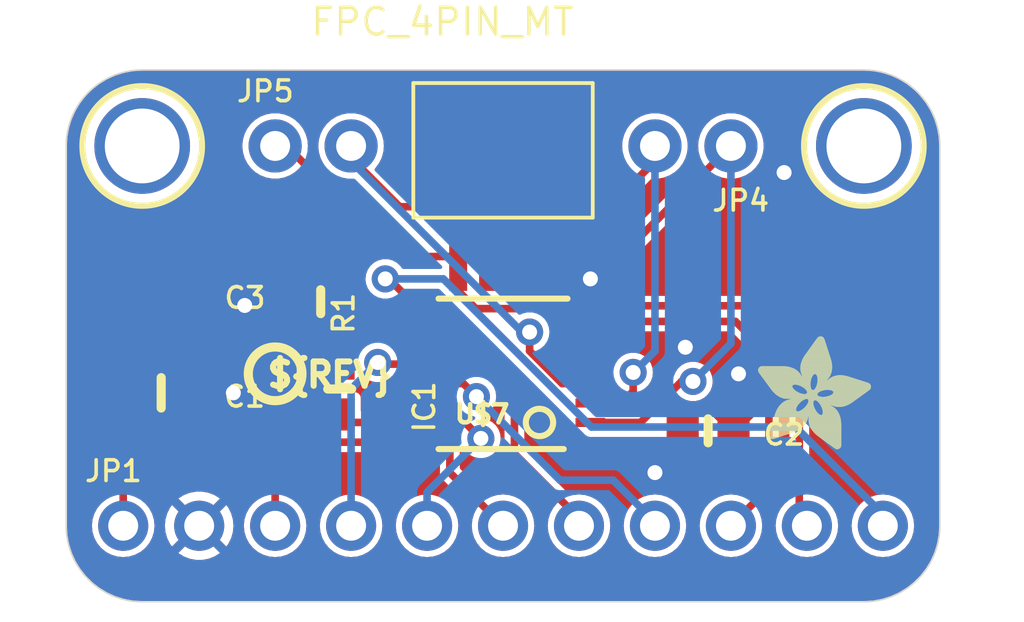
<source format=kicad_pcb>
(kicad_pcb (version 20221018) (generator pcbnew)
  (layers (0 "F.Cu" signal) (31 "B.Cu" signal) (34 "B.Paste" user) (35 "F.Paste" user) (36 "B.SilkS" user "B.Silkscreen") (37 "F.SilkS" user "F.Silkscreen") (38 "B.Mask" user) (39 "F.Mask" user) (44 "Edge.Cuts" user))
  (net 0 "")
  (net 1 "GND")
  (net 2 "Y+")
  (net 3 "Y-")
  (net 4 "X+")
  (net 5 "X-")
  (net 6 "VDD")
  (net 7 "SCK")
  (net 8 "MOSI")
  (net 9 "MISO")
  (net 10 "CS")
  (net 11 "VREF")
  (net 12 "~{PENIRQ}")
  (net 13 "BUSY")
  (net 14 "VBAT")
  (net 15 "AUX")
  (footprint "working:0603-NO" (layer "F.Cu") (at 155.3591 108.1786)
    (fp_text reference "C2" (at 1.778 0.127) (layer "F.SilkS") (effects (font (size 0.692831 0.692831) (thickness 0.119969)) (justify left)))
    (fp_text value "0.1uF")
    (pad "1" smd rect (at -0.85 0) (size 1.075 1) (layers "F.Cu" "F.Paste" "F.Mask") (net 6 "VDD"))
    (pad "2" smd rect (at 0.85 0) (size 1.075 1) (layers "F.Cu" "F.Paste" "F.Mask") (net 1 "GND"))
  )
  (footprint "working:PLABEL11" (layer "F.Cu") (at 153.7081 113.1316)
    (fp_text reference "PLABEL11" hide)
    (fp_text value "" hide)
  )
  (footprint "working:1X11_ROUND" (layer "F.Cu") (at 148.5011 111.3536)
    (fp_text reference "JP1" (at -14.0462 -1.8288) (layer "F.SilkS") (effects (font (size 0.692831 0.692831) (thickness 0.119969)) (justify left)))
    (fp_text value "")
    (pad "1" thru_hole circle (at -12.7 0 90) (size 1.6764 1.6764) (drill 1) (layers "*.Cu" "*.Mask") (net 6 "VDD"))
    (pad "2" thru_hole circle (at -10.16 0 90) (size 1.6764 1.6764) (drill 1) (layers "*.Cu" "*.Mask") (net 1 "GND"))
    (pad "3" thru_hole circle (at -7.62 0 90) (size 1.6764 1.6764) (drill 1) (layers "*.Cu" "*.Mask") (net 7 "SCK"))
    (pad "4" thru_hole circle (at -5.08 0 90) (size 1.6764 1.6764) (drill 1) (layers "*.Cu" "*.Mask") (net 9 "MISO"))
    (pad "5" thru_hole circle (at -2.54 0 90) (size 1.6764 1.6764) (drill 1) (layers "*.Cu" "*.Mask") (net 8 "MOSI"))
    (pad "6" thru_hole circle (at 0 0 90) (size 1.6764 1.6764) (drill 1) (layers "*.Cu" "*.Mask") (net 10 "CS"))
    (pad "7" thru_hole circle (at 2.54 0 90) (size 1.6764 1.6764) (drill 1) (layers "*.Cu" "*.Mask") (net 12 "~{PENIRQ}"))
    (pad "8" thru_hole circle (at 5.08 0 90) (size 1.6764 1.6764) (drill 1) (layers "*.Cu" "*.Mask") (net 13 "BUSY"))
    (pad "9" thru_hole circle (at 7.62 0 90) (size 1.6764 1.6764) (drill 1) (layers "*.Cu" "*.Mask") (net 14 "VBAT"))
    (pad "10" thru_hole circle (at 10.16 0 90) (size 1.6764 1.6764) (drill 1) (layers "*.Cu" "*.Mask") (net 15 "AUX"))
    (pad "11" thru_hole circle (at 12.7 0 90) (size 1.6764 1.6764) (drill 1) (layers "*.Cu" "*.Mask") (net 11 "VREF"))
  )
  (footprint "working:PLABEL14" (layer "F.Cu") (at 158.7881 113.1316)
    (fp_text reference "PLABEL14" hide)
    (fp_text value "" hide)
  )
  (footprint "working:1X02_ROUND" (layer "F.Cu") (at 154.8511 98.6536 180)
    (fp_text reference "JP4" (at -2.6162 -1.8288) (layer "F.SilkS") (effects (font (size 0.692831 0.692831) (thickness 0.119969)) (justify right)))
    (fp_text value "")
    (pad "1" thru_hole circle (at -1.27 0 270) (size 1.778 1.778) (drill 1) (layers "*.Cu" "*.Mask") (net 4 "X+"))
    (pad "2" thru_hole circle (at 1.27 0 270) (size 1.778 1.778) (drill 1) (layers "*.Cu" "*.Mask") (net 2 "Y+"))
  )
  (footprint "working:ADAFRUIT_3.5MM" (layer "F.Cu") (at 157.0101 108.8136)
    (fp_text reference "U$8" hide)
    (fp_text value "" hide)
  )
  (footprint "working:FPC_CONN_1MM_DUAL_4P_MT" (layer "F.Cu") (at 148.5011 100.0506 180)
    (fp_text reference "U$7" (at 1.686 -7.573) (layer "F.SilkS") (effects (font (size 0.602488 0.602488) (thickness 0.210312)) (justify left)))
    (fp_text value "FPC_4PIN_MT" (at 6.491 5.546) (layer "F.SilkS") (effects (font (size 0.89916 0.89916) (thickness 0.11684)) (justify left)))
    (pad "1" smd rect (at -1.5 -2.3 270) (size 2.3 0.6) (layers "F.Cu" "F.Paste" "F.Mask") (net 4 "X+"))
    (pad "2" smd rect (at -0.5 -2.3 270) (size 2.3 0.6) (layers "F.Cu" "F.Paste" "F.Mask") (net 2 "Y+"))
    (pad "3" smd rect (at 0.5 -2.3 270) (size 2.3 0.6) (layers "F.Cu" "F.Paste" "F.Mask") (net 5 "X-"))
    (pad "4" smd rect (at 1.5 -2.3 270) (size 2.3 0.6) (layers "F.Cu" "F.Paste" "F.Mask") (net 3 "Y-"))
    (pad "MT1" smd rect (at 2.2 1.7 90) (size 3.75 2.5) (layers "F.Cu" "F.Paste" "F.Mask"))
    (pad "MT2" smd rect (at -2.2 1.7 90) (size 3.75 2.5) (layers "F.Cu" "F.Paste" "F.Mask"))
  )
  (footprint "working:MOUNTINGHOLE_2.5_PLATED" (layer "F.Cu") (at 136.4361 98.6536)
    (fp_text reference "U$4" hide)
    (fp_text value "MOUNTINGHOLE2.5" hide)
    (pad "P$1" thru_hole circle (at 0 0) (size 3.2 3.2) (drill 2.5) (layers "*.Cu" "*.Mask"))
    (zone (net 0) (net_name "") (layer "F.Cu") (connect_pads (clearance 0)) (min_thickness 0.25)
      (keepout (tracks not_allowed) (vias not_allowed) (pads not_allowed) (copperpour not_allowed) (footprints allowed))
      (fill (thermal_gap 0.5) (thermal_bridge_width 0.5))
      (polygon (pts (xy 138.4521 98.6536) (xy 138.43248 98.373027) (xy 138.374004 98.097915) (xy 138.277808 97.833619) (xy 138.145765 97.585283) (xy 137.980446 97.35774) (xy 137.785067 97.15542) (xy 137.563433 96.98226) (xy 137.319856 96.841631) (xy 137.059078 96.73627) (xy 136.786175 96.668228) (xy 136.506457 96.638828) (xy 136.225371 96.648644) (xy 135.948385 96.697484) (xy 135.680893 96.784397) (xy 135.4281 96.907693) (xy 135.194926 97.06497) (xy 134.985911 97.253169) (xy 134.805122 97.468625) (xy 134.656078 97.707145) (xy 134.54168 97.964087) (xy 134.464154 98.23445) (xy 134.425011 98.512971) (xy 134.425011 98.794229) (xy 134.464154 99.07275) (xy 134.54168 99.343113) (xy 134.656078 99.600055) (xy 134.805122 99.838575) (xy 134.985911 100.054031) (xy 135.194926 100.24223) (xy 135.4281 100.399507) (xy 135.680893 100.522803) (xy 135.948385 100.609716) (xy 136.225371 100.658556) (xy 136.506457 100.668372) (xy 136.786175 100.638972) (xy 137.059078 100.57093) (xy 137.319856 100.465569) (xy 137.563433 100.32494) (xy 137.785067 100.15178) (xy 137.980446 99.94946) (xy 138.145765 99.721917) (xy 138.277808 99.473581) (xy 138.374004 99.209285) (xy 138.43248 98.934173)))
      (polygon (pts (xy 136.4201 98.6536) (xy 136.424786 98.664914) (xy 136.4361 98.6696) (xy 136.447414 98.664914) (xy 136.4521 98.6536) (xy 136.447414 98.642286) (xy 136.4361 98.6376) (xy 136.424786 98.642286)))
    )
    (zone (net 0) (net_name "") (layer "B.Cu") (connect_pads (clearance 0)) (min_thickness 0.25)
      (keepout (tracks not_allowed) (vias not_allowed) (pads not_allowed) (copperpour not_allowed) (footprints allowed))
      (fill (thermal_gap 0.5) (thermal_bridge_width 0.5))
      (polygon (pts (xy 138.4521 98.6536) (xy 138.43248 98.373027) (xy 138.374004 98.097915) (xy 138.277808 97.833619) (xy 138.145765 97.585283) (xy 137.980446 97.35774) (xy 137.785067 97.15542) (xy 137.563433 96.98226) (xy 137.319856 96.841631) (xy 137.059078 96.73627) (xy 136.786175 96.668228) (xy 136.506457 96.638828) (xy 136.225371 96.648644) (xy 135.948385 96.697484) (xy 135.680893 96.784397) (xy 135.4281 96.907693) (xy 135.194926 97.06497) (xy 134.985911 97.253169) (xy 134.805122 97.468625) (xy 134.656078 97.707145) (xy 134.54168 97.964087) (xy 134.464154 98.23445) (xy 134.425011 98.512971) (xy 134.425011 98.794229) (xy 134.464154 99.07275) (xy 134.54168 99.343113) (xy 134.656078 99.600055) (xy 134.805122 99.838575) (xy 134.985911 100.054031) (xy 135.194926 100.24223) (xy 135.4281 100.399507) (xy 135.680893 100.522803) (xy 135.948385 100.609716) (xy 136.225371 100.658556) (xy 136.506457 100.668372) (xy 136.786175 100.638972) (xy 137.059078 100.57093) (xy 137.319856 100.465569) (xy 137.563433 100.32494) (xy 137.785067 100.15178) (xy 137.980446 99.94946) (xy 138.145765 99.721917) (xy 138.277808 99.473581) (xy 138.374004 99.209285) (xy 138.43248 98.934173)))
      (polygon (pts (xy 136.4201 98.6536) (xy 136.424786 98.664914) (xy 136.4361 98.6696) (xy 136.447414 98.664914) (xy 136.4521 98.6536) (xy 136.447414 98.642286) (xy 136.4361 98.6376) (xy 136.424786 98.642286)))
    )
  )
  (footprint "working:FIDUCIAL_1MM" (layer "F.Cu") (at 161.4551 107.7976)
    (fp_text reference "FID2" hide)
    (fp_text value "FIDUCIAL_1MM" hide)
    (pad "1" smd roundrect (at 0 0) (size 1 1) (layers "F.Cu" "F.Mask") (roundrect_rratio 0.5))
  )
  (footprint "working:PLABEL5" (layer "F.Cu") (at 138.4681 113.1316)
    (fp_text reference "PLABEL5" hide)
    (fp_text value "" hide)
  )
  (footprint "working:PLABEL3" (layer "F.Cu") (at 143.6751 97.0026)
    (fp_text reference "PLABEL3" hide)
    (fp_text value "" hide)
  )
  (footprint "working:PLABEL13" (layer "F.Cu") (at 156.1211 109.5756)
    (fp_text reference "PLABEL13" hide)
    (fp_text value "" hide)
  )
  (footprint "working:PLABEL0" (layer "F.Cu") (at 140.8811 97.0026)
    (fp_text reference "PLABEL0" hide)
    (fp_text value "" hide)
  )
  (footprint "working:1X02_ROUND" (layer "F.Cu") (at 142.1511 98.6536)
    (fp_text reference "JP5" (at -2.6162 -1.8288) (layer "F.SilkS") (effects (font (size 0.692831 0.692831) (thickness 0.119969)) (justify left)))
    (fp_text value "")
    (pad "1" thru_hole circle (at -1.27 0 90) (size 1.778 1.778) (drill 1) (layers "*.Cu" "*.Mask") (net 3 "Y-"))
    (pad "2" thru_hole circle (at 1.27 0 90) (size 1.778 1.778) (drill 1) (layers "*.Cu" "*.Mask") (net 5 "X-"))
  )
  (footprint "working:PLABEL12" (layer "F.Cu") (at 161.2011 109.5756)
    (fp_text reference "PLABEL12" hide)
    (fp_text value "" hide)
  )
  (footprint "working:PLABEL4" (layer "F.Cu") (at 135.8011 109.5756)
    (fp_text reference "PLABEL4" hide)
    (fp_text value "" hide)
  )
  (footprint "working:PLABEL6" (layer "F.Cu") (at 141.0081 109.7026)
    (fp_text reference "PLABEL6" hide)
    (fp_text value "" hide)
  )
  (footprint "working:PLABEL7" (layer "F.Cu") (at 148.3741 113.1316)
    (fp_text reference "PLABEL7" hide)
    (fp_text value "" hide)
  )
  (footprint "working:PLABEL10" (layer "F.Cu") (at 156.2481 102.3366)
    (fp_text reference "PLABEL10" hide)
    (fp_text value "" hide)
  )
  (footprint "working:PLABEL16" (layer "F.Cu") (at 143.4211 113.1316)
    (fp_text reference "PLABEL16" hide)
    (fp_text value "" hide)
  )
  (footprint "working:PLABEL9" (layer "F.Cu") (at 139.3571 101.8286)
    (fp_text reference "PLABEL9" hide)
    (fp_text value "" hide)
  )
  (footprint "working:PCBFEAT-REV-040" (layer "F.Cu") (at 140.8811 106.2736)
    (fp_text reference "U$6" hide)
    (fp_text value "" hide)
    (fp_text user "${REV}" (at -0.3556 0.508) (layer "F.SilkS") (effects (font (size 0.8128 0.8128) (thickness 0.2032)) (justify left bottom)))
  )
  (footprint "working:MOUNTINGHOLE_2.5_PLATED" (layer "F.Cu") (at 160.5661 98.6536)
    (fp_text reference "U$5" hide)
    (fp_text value "MOUNTINGHOLE2.5" hide)
    (pad "P$1" thru_hole circle (at 0 0) (size 3.2 3.2) (drill 2.5) (layers "*.Cu" "*.Mask"))
    (zone (net 0) (net_name "") (layer "F.Cu") (connect_pads (clearance 0)) (min_thickness 0.25)
      (keepout (tracks not_allowed) (vias not_allowed) (pads not_allowed) (copperpour not_allowed) (footprints allowed))
      (fill (thermal_gap 0.5) (thermal_bridge_width 0.5))
      (polygon (pts (xy 162.5821 98.6536) (xy 162.56248 98.373027) (xy 162.504004 98.097915) (xy 162.407808 97.833619) (xy 162.275765 97.585283) (xy 162.110446 97.35774) (xy 161.915067 97.15542) (xy 161.693433 96.98226) (xy 161.449856 96.841631) (xy 161.189078 96.73627) (xy 160.916175 96.668228) (xy 160.636457 96.638828) (xy 160.355371 96.648644) (xy 160.078385 96.697484) (xy 159.810893 96.784397) (xy 159.5581 96.907693) (xy 159.324926 97.06497) (xy 159.115911 97.253169) (xy 158.935122 97.468625) (xy 158.786078 97.707145) (xy 158.67168 97.964087) (xy 158.594154 98.23445) (xy 158.555011 98.512971) (xy 158.555011 98.794229) (xy 158.594154 99.07275) (xy 158.67168 99.343113) (xy 158.786078 99.600055) (xy 158.935122 99.838575) (xy 159.115911 100.054031) (xy 159.324926 100.24223) (xy 159.5581 100.399507) (xy 159.810893 100.522803) (xy 160.078385 100.609716) (xy 160.355371 100.658556) (xy 160.636457 100.668372) (xy 160.916175 100.638972) (xy 161.189078 100.57093) (xy 161.449856 100.465569) (xy 161.693433 100.32494) (xy 161.915067 100.15178) (xy 162.110446 99.94946) (xy 162.275765 99.721917) (xy 162.407808 99.473581) (xy 162.504004 99.209285) (xy 162.56248 98.934173)))
      (polygon (pts (xy 160.5501 98.6536) (xy 160.554786 98.664914) (xy 160.5661 98.6696) (xy 160.577414 98.664914) (xy 160.5821 98.6536) (xy 160.577414 98.642286) (xy 160.5661 98.6376) (xy 160.554786 98.642286)))
    )
    (zone (net 0) (net_name "") (layer "B.Cu") (connect_pads (clearance 0)) (min_thickness 0.25)
      (keepout (tracks not_allowed) (vias not_allowed) (pads not_allowed) (copperpour not_allowed) (footprints allowed))
      (fill (thermal_gap 0.5) (thermal_bridge_width 0.5))
      (polygon (pts (xy 162.5821 98.6536) (xy 162.56248 98.373027) (xy 162.504004 98.097915) (xy 162.407808 97.833619) (xy 162.275765 97.585283) (xy 162.110446 97.35774) (xy 161.915067 97.15542) (xy 161.693433 96.98226) (xy 161.449856 96.841631) (xy 161.189078 96.73627) (xy 160.916175 96.668228) (xy 160.636457 96.638828) (xy 160.355371 96.648644) (xy 160.078385 96.697484) (xy 159.810893 96.784397) (xy 159.5581 96.907693) (xy 159.324926 97.06497) (xy 159.115911 97.253169) (xy 158.935122 97.468625) (xy 158.786078 97.707145) (xy 158.67168 97.964087) (xy 158.594154 98.23445) (xy 158.555011 98.512971) (xy 158.555011 98.794229) (xy 158.594154 99.07275) (xy 158.67168 99.343113) (xy 158.786078 99.600055) (xy 158.935122 99.838575) (xy 159.115911 100.054031) (xy 159.324926 100.24223) (xy 159.5581 100.399507) (xy 159.810893 100.522803) (xy 160.078385 100.609716) (xy 160.355371 100.658556) (xy 160.636457 100.668372) (xy 160.916175 100.638972) (xy 161.189078 100.57093) (xy 161.449856 100.465569) (xy 161.693433 100.32494) (xy 161.915067 100.15178) (xy 162.110446 99.94946) (xy 162.275765 99.721917) (xy 162.407808 99.473581) (xy 162.504004 99.209285) (xy 162.56248 98.934173)))
      (polygon (pts (xy 160.5501 98.6536) (xy 160.554786 98.664914) (xy 160.5661 98.6696) (xy 160.577414 98.664914) (xy 160.5821 98.6536) (xy 160.577414 98.642286) (xy 160.5661 98.6376) (xy 160.554786 98.642286)))
    )
  )
  (footprint "working:PLABEL2" (layer "F.Cu") (at 153.7081 97.0026)
    (fp_text reference "PLABEL2" hide)
    (fp_text value "" hide)
  )
  (footprint "working:PLABEL1" (layer "F.Cu") (at 156.3751 97.0026)
    (fp_text reference "PLABEL1" hide)
    (fp_text value "" hide)
  )
  (footprint "working:PLABEL8" (layer "F.Cu") (at 151.2951 109.7026)
    (fp_text reference "PLABEL8" hide)
    (fp_text value "" hide)
  )
  (footprint "working:FIDUCIAL_1MM" (layer "F.Cu") (at 138.3411 104.6226)
    (fp_text reference "FID3" hide)
    (fp_text value "FIDUCIAL_1MM" hide)
    (pad "1" smd roundrect (at 0 0) (size 1 1) (layers "F.Cu" "F.Mask") (roundrect_rratio 0.5))
  )
  (footprint "working:0603-NO" (layer "F.Cu") (at 143.0401 106.7816 90)
    (fp_text reference "R1" (at 1.778 0.127 90) (layer "F.SilkS") (effects (font (size 0.692831 0.692831) (thickness 0.119969)) (justify left)))
    (fp_text value "10K")
    (pad "1" smd rect (at -0.85 0 90) (size 1.075 1) (layers "F.Cu" "F.Paste" "F.Mask") (net 10 "CS"))
    (pad "2" smd rect (at 0.85 0 90) (size 1.075 1) (layers "F.Cu" "F.Paste" "F.Mask") (net 6 "VDD"))
  )
  (footprint "working:0603-NO" (layer "F.Cu") (at 142.4051 103.8606 180)
    (fp_text reference "C3" (at 1.778 0.127) (layer "F.SilkS") (effects (font (size 0.692831 0.692831) (thickness 0.119969)) (justify right)))
    (fp_text value "0.1uF")
    (pad "1" smd rect (at -0.85 0 180) (size 1.075 1) (layers "F.Cu" "F.Paste" "F.Mask") (net 6 "VDD"))
    (pad "2" smd rect (at 0.85 0 180) (size 1.075 1) (layers "F.Cu" "F.Paste" "F.Mask") (net 1 "GND"))
  )
  (footprint "working:0805-NO" (layer "F.Cu") (at 137.0711 106.9086)
    (fp_text reference "C1" (at 2.032 0.127) (layer "F.SilkS") (effects (font (size 0.692831 0.692831) (thickness 0.119969)) (justify left)))
    (fp_text value "10uF")
    (pad "1" smd rect (at -0.95 0) (size 1.24 1.5) (layers "F.Cu" "F.Paste" "F.Mask") (net 6 "VDD"))
    (pad "2" smd rect (at 0.95 0) (size 1.24 1.5) (layers "F.Cu" "F.Paste" "F.Mask") (net 1 "GND"))
  )
  (footprint "working:TSSOP16" (layer "F.Cu") (at 148.5011 106.2736 90)
    (fp_text reference "IC1" (at -2.024 -2.632 90) (layer "F.SilkS") (effects (font (size 0.692831 0.692831) (thickness 0.119969)) (justify left)))
    (fp_text value "TSC2046PW")
    (pad "1" smd rect (at -2.275 2.9178 90) (size 0.3048 0.9906) (layers "F.Cu" "F.Paste" "F.Mask") (net 6 "VDD"))
    (pad "2" smd rect (at -1.625 2.9178 90) (size 0.3048 0.9906) (layers "F.Cu" "F.Paste" "F.Mask") (net 4 "X+"))
    (pad "3" smd rect (at -0.975 2.9178 90) (size 0.3048 0.9906) (layers "F.Cu" "F.Paste" "F.Mask") (net 2 "Y+"))
    (pad "4" smd rect (at -0.325 2.9178 90) (size 0.3048 0.9906) (layers "F.Cu" "F.Paste" "F.Mask") (net 5 "X-"))
    (pad "5" smd rect (at 0.325 2.9178 90) (size 0.3048 0.9906) (layers "F.Cu" "F.Paste" "F.Mask") (net 3 "Y-"))
    (pad "6" smd rect (at 0.975 2.9178 90) (size 0.3048 0.9906) (layers "F.Cu" "F.Paste" "F.Mask") (net 1 "GND"))
    (pad "7" smd rect (at 1.625 2.9178 90) (size 0.3048 0.9906) (layers "F.Cu" "F.Paste" "F.Mask") (net 14 "VBAT"))
    (pad "8" smd rect (at 2.275 2.9178 90) (size 0.3048 0.9906) (layers "F.Cu" "F.Paste" "F.Mask") (net 15 "AUX"))
    (pad "9" smd rect (at 2.275 -2.9178 90) (size 0.3048 0.9906) (layers "F.Cu" "F.Paste" "F.Mask") (net 11 "VREF"))
    (pad "10" smd rect (at 1.625 -2.9178 90) (size 0.3048 0.9906) (layers "F.Cu" "F.Paste" "F.Mask") (net 6 "VDD"))
    (pad "11" smd rect (at 0.975 -2.9178 90) (size 0.3048 0.9906) (layers "F.Cu" "F.Paste" "F.Mask") (net 12 "~{PENIRQ}"))
    (pad "12" smd rect (at 0.325 -2.9178 90) (size 0.3048 0.9906) (layers "F.Cu" "F.Paste" "F.Mask") (net 9 "MISO"))
    (pad "13" smd rect (at -0.325 -2.9178 90) (size 0.3048 0.9906) (layers "F.Cu" "F.Paste" "F.Mask") (net 13 "BUSY"))
    (pad "14" smd rect (at -0.975 -2.9178 90) (size 0.3048 0.9906) (layers "F.Cu" "F.Paste" "F.Mask") (net 8 "MOSI"))
    (pad "15" smd rect (at -1.625 -2.9178 90) (size 0.3048 0.9906) (layers "F.Cu" "F.Paste" "F.Mask") (net 10 "CS"))
    (pad "16" smd rect (at -2.275 -2.9178 90) (size 0.3048 0.9906) (layers "F.Cu" "F.Paste" "F.Mask") (net 7 "SCK"))
  )
  (footprint "working:PLABEL15" (layer "F.Cu") (at 146.0881 109.7026)
    (fp_text reference "PLABEL15" hide)
    (fp_text value "" hide)
  )
  (footprint "working:PLABEL17" (layer "B.Cu") (at 148.6281 100.9396 180)
    (fp_text reference "PLABEL17" hide)
    (fp_text value "" hide)
  )
  (footprint "working:PLABEL18" (layer "B.Cu") (at 148.2471 105.0036 180)
    (fp_text reference "PLABEL18" hide)
    (fp_text value "" hide)
  )
  (gr_line (start 136.4361 96.1136) (end 160.5661 96.1136) (stroke (width 0.05)) (layer "Edge.Cuts"))
  (gr_line (start 163.1061 98.6536) (end 163.1061 111.3536) (stroke (width 0.05)) (layer "Edge.Cuts"))
  (gr_arc (start 133.8961 98.6536) (mid 134.640049 96.857549) (end 136.4361 96.1136) (stroke (width 0.05)) (layer "Edge.Cuts"))
  (gr_line (start 133.8961 111.3536) (end 133.8961 98.6536) (stroke (width 0.05)) (layer "Edge.Cuts"))
  (gr_arc (start 160.5661 96.1136) (mid 162.362151 96.857549) (end 163.1061 98.6536) (stroke (width 0.05)) (layer "Edge.Cuts"))
  (gr_arc (start 136.4361 113.8936) (mid 134.640049 113.149651) (end 133.8961 111.3536) (stroke (width 0.05)) (layer "Edge.Cuts"))
  (gr_arc (start 163.1061 111.3536) (mid 162.362151 113.149651) (end 160.5661 113.8936) (stroke (width 0.05)) (layer "Edge.Cuts"))
  (gr_line (start 160.5661 113.8936) (end 136.4361 113.8936) (stroke (width 0.05)) (layer "Edge.Cuts"))
  (via (at 139.8651 103.9876) (size 0.9064) (drill 0.5) (layers "F.Cu" "B.Cu") (net 1))
  (via (at 156.3751 106.2736) (size 0.9064) (drill 0.5) (layers "F.Cu" "B.Cu") (net 1))
  (via (at 151.4221 103.0986) (size 0.9064) (drill 0.5) (layers "F.Cu" "B.Cu") (net 1))
  (via (at 157.8991 99.5426) (size 0.9064) (drill 0.5) (layers "F.Cu" "B.Cu") (net 1))
  (via (at 153.5811 109.5756) (size 0.9064) (drill 0.5) (layers "F.Cu" "B.Cu") (net 1))
  (via (at 154.5971 105.3846) (size 0.9064) (drill 0.5) (layers "F.Cu" "B.Cu") (net 1))
  (via (at 139.4841 106.9086) (size 0.9064) (drill 0.5) (layers "F.Cu" "B.Cu") (net 1))
  (segment (start 149.0011 102.3506) (end 149.0011 101.2016) (width 0.254) (layer "F.Cu") (net 2))
  (segment (start 152.8525 106.8612) (end 152.4651 107.2486) (width 0.254) (layer "F.Cu") (net 2))
  (segment (start 152.0571 100.6856) (end 153.5811 99.1616) (width 0.254) (layer "F.Cu") (net 2))
  (segment (start 153.5811 99.1616) (end 153.5811 98.6536) (width 0.254) (layer "F.Cu") (net 2))
  (segment (start 149.0011 101.2016) (end 149.5171 100.6856) (width 0.254) (layer "F.Cu") (net 2))
  (segment (start 151.4189 107.2486) (end 152.4651 107.2486) (width 0.254) (layer "F.Cu") (net 2))
  (segment (start 149.5171 100.6856) (end 152.0571 100.6856) (width 0.254) (layer "F.Cu") (net 2))
  (segment (start 152.8525 106.8612) (end 152.8525 106.2262) (width 0.254) (layer "F.Cu") (net 2))
  (via (at 152.8525 106.2262) (size 0.9064) (drill 0.5) (layers "F.Cu" "B.Cu") (net 2))
  (segment (start 152.8525 106.2262) (end 152.8665 106.2262) (width 0.254) (layer "B.Cu") (net 2))
  (segment (start 153.5811 105.5116) (end 152.8665 106.2262) (width 0.254) (layer "B.Cu") (net 2))
  (segment (start 153.5811 98.6536) (end 153.5811 105.5116) (width 0.254) (layer "B.Cu") (net 2))
  (segment (start 149.8949 104.0932) (end 147.5907 104.0932) (width 0.254) (layer "F.Cu") (net 3))
  (segment (start 144.9591 102.3506) (end 147.0011 102.3506) (width 0.254) (layer "F.Cu") (net 3))
  (segment (start 150.4029 104.6012) (end 149.8949 104.0932) (width 0.254) (layer "F.Cu") (net 3))
  (segment (start 150.4029 104.6012) (end 150.4029 105.5676) (width 0.254) (layer "F.Cu") (net 3))
  (segment (start 140.8811 98.6536) (end 141.2621 98.6536) (width 0.254) (layer "F.Cu") (net 3))
  (segment (start 150.7839 105.9486) (end 150.4029 105.5676) (width 0.254) (layer "F.Cu") (net 3))
  (segment (start 141.2621 98.6536) (end 144.9591 102.3506) (width 0.254) (layer "F.Cu") (net 3))
  (segment (start 151.4189 105.9486) (end 150.7839 105.9486) (width 0.254) (layer "F.Cu") (net 3))
  (segment (start 147.5907 104.0932) (end 147.0011 103.5036) (width 0.254) (layer "F.Cu") (net 3))
  (segment (start 147.0011 103.5036) (end 147.0011 102.3506) (width 0.254) (layer "F.Cu") (net 3))
  (segment (start 151.4189 107.8986) (end 153.0991 107.8986) (width 0.254) (layer "F.Cu") (net 4))
  (segment (start 150.2551 102.0966) (end 152.6781 102.0966) (width 0.254) (layer "F.Cu") (net 4))
  (segment (start 154.4701 106.5276) (end 153.0991 107.8986) (width 0.254) (layer "F.Cu") (net 4))
  (segment (start 154.4701 106.5276) (end 154.8511 106.5276) (width 0.254) (layer "F.Cu") (net 4))
  (segment (start 150.0011 102.3506) (end 150.2551 102.0966) (width 0.254) (layer "F.Cu") (net 4))
  (segment (start 152.6781 102.0966) (end 156.1211 98.6536) (width 0.254) (layer "F.Cu") (net 4))
  (via (at 154.8511 106.5276) (size 0.9064) (drill 0.5) (layers "F.Cu" "B.Cu") (net 4))
  (segment (start 156.1211 105.2576) (end 156.1211 98.6536) (width 0.254) (layer "B.Cu") (net 4))
  (segment (start 154.8511 106.5276) (end 156.1211 105.2576) (width 0.254) (layer "B.Cu") (net 4))
  (segment (start 145.044125 100.6856) (end 143.4211 99.062575) (width 0.254) (layer "F.Cu") (net 5))
  (segment (start 148.0011 101.2016) (end 147.4851 100.6856) (width 0.254) (layer "F.Cu") (net 5))
  (segment (start 151.4189 106.5986) (end 150.4771 106.5986) (width 0.254) (layer "F.Cu") (net 5))
  (segment (start 143.4211 99.062575) (end 143.4211 98.6536) (width 0.254) (layer "F.Cu") (net 5))
  (segment (start 147.4851 100.6856) (end 145.044125 100.6856) (width 0.254) (layer "F.Cu") (net 5))
  (segment (start 150.4771 106.5986) (end 149.3901 105.5116) (width 0.254) (layer "F.Cu") (net 5))
  (segment (start 149.3901 105.5116) (end 149.3901 104.8766) (width 0.254) (layer "F.Cu") (net 5))
  (segment (start 148.0011 102.3506) (end 148.0011 101.2016) (width 0.254) (layer "F.Cu") (net 5))
  (via (at 149.3901 104.8766) (size 0.9064) (drill 0.5) (layers "F.Cu" "B.Cu") (net 5))
  (segment (start 149.3901 104.8766) (end 149.1361 104.8766) (width 0.254) (layer "B.Cu") (net 5))
  (segment (start 143.4211 99.1616) (end 143.4211 98.6536) (width 0.254) (layer "B.Cu") (net 5))
  (segment (start 149.1361 104.8766) (end 143.4211 99.1616) (width 0.254) (layer "B.Cu") (net 5))
  (segment (start 142.5321 102.7176) (end 143.2551 103.4406) (width 0.254) (layer "F.Cu") (net 6))
  (segment (start 145.5833 104.6486) (end 144.1701 104.6486) (width 0.254) (layer "F.Cu") (net 6))
  (segment (start 149.5171 106.770019) (end 149.5171 107.2896) (width 0.254) (layer "F.Cu") (net 6))
  (segment (start 137.5791 102.7176) (end 142.5321 102.7176) (width 0.254) (layer "F.Cu") (net 6))
  (segment (start 154.5091 108.1786) (end 154.1391 108.5486) (width 0.254) (layer "F.Cu") (net 6))
  (segment (start 149.5171 107.2896) (end 150.7761 108.5486) (width 0.254) (layer "F.Cu") (net 6))
  (segment (start 143.2551 103.8606) (end 143.2551 105.7166) (width 0.254) (layer "F.Cu") (net 6))
  (segment (start 144.1701 104.6486) (end 143.2551 103.7336) (width 0.254) (layer "F.Cu") (net 6))
  (segment (start 135.8011 107.2286) (end 136.1211 106.9086) (width 0.254) (layer "F.Cu") (net 6))
  (segment (start 154.1391 108.5486) (end 151.4189 108.5486) (width 0.254) (layer "F.Cu") (net 6))
  (segment (start 143.2551 103.7336) (end 143.2551 103.8606) (width 0.254) (layer "F.Cu") (net 6))
  (segment (start 147.395681 104.6486) (end 149.5171 106.770019) (width 0.254) (layer "F.Cu") (net 6))
  (segment (start 136.1211 106.9086) (end 136.1211 104.1756) (width 0.254) (layer "F.Cu") (net 6))
  (segment (start 150.7761 108.5486) (end 151.4189 108.5486) (width 0.254) (layer "F.Cu") (net 6))
  (segment (start 143.0401 105.9316) (end 143.2551 105.7166) (width 0.254) (layer "F.Cu") (net 6))
  (segment (start 143.2551 103.4406) (end 143.2551 103.7336) (width 0.254) (layer "F.Cu") (net 6))
  (segment (start 136.1211 104.1756) (end 137.5791 102.7176) (width 0.254) (layer "F.Cu") (net 6))
  (segment (start 145.5833 104.6486) (end 147.395681 104.6486) (width 0.254) (layer "F.Cu") (net 6))
  (segment (start 135.8011 111.3536) (end 135.8011 107.2286) (width 0.254) (layer "F.Cu") (net 6))
  (segment (start 145.5833 108.5486) (end 145.5723 108.5596) (width 0.254) (layer "F.Cu") (net 7))
  (segment (start 140.8811 109.9566) (end 140.8811 111.3536) (width 0.254) (layer "F.Cu") (net 7))
  (segment (start 145.5723 108.5596) (end 142.2781 108.5596) (width 0.254) (layer "F.Cu") (net 7))
  (segment (start 142.2781 108.5596) (end 140.8811 109.9566) (width 0.254) (layer "F.Cu") (net 7))
  (segment (start 145.5833 107.2486) (end 146.5765 107.2486) (width 0.254) (layer "F.Cu") (net 8))
  (segment (start 147.7605 108.4326) (end 146.5765 107.2486) (width 0.254) (layer "F.Cu") (net 8))
  (via (at 147.7605 108.4326) (size 0.9064) (drill 0.5) (layers "F.Cu" "B.Cu") (net 8))
  (segment (start 145.9611 110.232) (end 145.9611 111.3536) (width 0.254) (layer "B.Cu") (net 8))
  (segment (start 147.7605 108.4326) (end 145.9611 110.232) (width 0.254) (layer "B.Cu") (net 8))
  (segment (start 144.3101 105.8926) (end 144.3661 105.9486) (width 0.254) (layer "F.Cu") (net 9))
  (segment (start 145.5833 105.9486) (end 144.3661 105.9486) (width 0.254) (layer "F.Cu") (net 9))
  (via (at 144.3101 105.8926) (size 0.9064) (drill 0.5) (layers "F.Cu" "B.Cu") (net 9))
  (segment (start 143.4211 106.7816) (end 143.4211 111.3536) (width 0.254) (layer "B.Cu") (net 9))
  (segment (start 144.3101 105.8926) (end 143.4211 106.7816) (width 0.254) (layer "B.Cu") (net 9))
  (segment (start 146.7231 108.2796) (end 146.3421 107.8986) (width 0.254) (layer "F.Cu") (net 10))
  (segment (start 146.7231 108.2796) (end 146.7231 109.5756) (width 0.254) (layer "F.Cu") (net 10))
  (segment (start 145.5833 107.8986) (end 146.3421 107.8986) (width 0.254) (layer "F.Cu") (net 10))
  (segment (start 145.5833 107.8986) (end 143.3071 107.8986) (width 0.254) (layer "F.Cu") (net 10))
  (segment (start 143.3071 107.8986) (end 143.0401 107.6316) (width 0.254) (layer "F.Cu") (net 10))
  (segment (start 146.7231 109.5756) (end 148.5011 111.3536) (width 0.254) (layer "F.Cu") (net 10))
  (segment (start 144.5641 103.0986) (end 144.6833 103.0986) (width 0.254) (layer "F.Cu") (net 11))
  (segment (start 145.5833 103.9986) (end 144.6833 103.0986) (width 0.254) (layer "F.Cu") (net 11))
  (via (at 144.5641 103.0986) (size 0.9064) (drill 0.5) (layers "F.Cu" "B.Cu") (net 11))
  (segment (start 146.5042 103.0986) (end 144.5641 103.0986) (width 0.254) (layer "B.Cu") (net 11))
  (segment (start 146.5042 103.0986) (end 151.4572 108.0516) (width 0.254) (layer "B.Cu") (net 11))
  (segment (start 151.4572 108.0516) (end 158.2801 108.0516) (width 0.254) (layer "B.Cu") (net 11))
  (segment (start 161.2011 110.9726) (end 161.2011 111.3536) (width 0.254) (layer "B.Cu") (net 11))
  (segment (start 158.2801 108.0516) (end 161.2011 110.9726) (width 0.254) (layer "B.Cu") (net 11))
  (segment (start 147.2721 105.2986) (end 148.8821 106.9086) (width 0.254) (layer "F.Cu") (net 12))
  (segment (start 151.0411 111.0996) (end 151.0411 111.3536) (width 0.254) (layer "F.Cu") (net 12))
  (segment (start 148.8821 108.9406) (end 151.0411 111.0996) (width 0.254) (layer "F.Cu") (net 12))
  (segment (start 148.8821 106.9086) (end 148.8821 108.9406) (width 0.254) (layer "F.Cu") (net 12))
  (segment (start 145.5833 105.2986) (end 147.2721 105.2986) (width 0.254) (layer "F.Cu") (net 12))
  (segment (start 147.175112 106.5986) (end 145.5833 106.5986) (width 0.254) (layer "F.Cu") (net 13))
  (segment (start 147.175112 106.598613) (end 147.175112 106.5986) (width 0.254) (layer "F.Cu") (net 13))
  (segment (start 147.6121 107.0356) (end 147.175112 106.598613) (width 0.254) (layer "F.Cu") (net 13))
  (via (at 147.6121 107.0356) (size 0.9064) (drill 0.5) (layers "F.Cu" "B.Cu") (net 13))
  (segment (start 153.5811 111.2266) (end 153.5811 111.3536) (width 0.254) (layer "B.Cu") (net 13))
  (segment (start 150.4061 109.8296) (end 152.1841 109.8296) (width 0.254) (layer "B.Cu") (net 13))
  (segment (start 147.6121 107.0356) (end 150.4061 109.8296) (width 0.254) (layer "B.Cu") (net 13))
  (segment (start 152.1841 109.8296) (end 153.5811 111.2266) (width 0.254) (layer "B.Cu") (net 13))
  (segment (start 156.2741 104.5216) (end 151.5459 104.5216) (width 0.254) (layer "F.Cu") (net 14))
  (segment (start 157.3911 105.6386) (end 157.3911 110.0836) (width 0.254) (layer "F.Cu") (net 14))
  (segment (start 151.4189 104.6486) (end 151.5459 104.5216) (width 0.254) (layer "F.Cu") (net 14))
  (segment (start 156.2741 104.5216) (end 157.3911 105.6386) (width 0.254) (layer "F.Cu") (net 14))
  (segment (start 157.3911 110.0836) (end 156.1211 111.3536) (width 0.254) (layer "F.Cu") (net 14))
  (segment (start 156.7671 103.9986) (end 158.4071 105.6386) (width 0.254) (layer "F.Cu") (net 15))
  (segment (start 151.4189 103.9986) (end 156.7671 103.9986) (width 0.254) (layer "F.Cu") (net 15))
  (segment (start 158.4071 105.6386) (end 158.4071 111.0996) (width 0.254) (layer "F.Cu") (net 15))
  (segment (start 158.4071 111.0996) (end 158.6611 111.3536) (width 0.254) (layer "F.Cu") (net 15))
  (zone (net 1) (net_name "GND") (layer "F.Cu") (priority 6) (connect_pads (clearance 0.000001)) (min_thickness 0.127) (fill yes (thermal_gap 0.304) (thermal_bridge_width 0.304))
    (polygon (pts (xy 163.2331 114.0206) (xy 133.7691 114.0206) (xy 133.7691 95.9866) (xy 163.2331 95.9866)))
  )
  (zone (net 1) (net_name "GND") (layer "B.Cu") (priority 6) (connect_pads (clearance 0.000001)) (min_thickness 0.127) (fill yes (thermal_gap 0.304) (thermal_bridge_width 0.304))
    (polygon (pts (xy 163.2331 114.0206) (xy 133.7691 114.0206) (xy 133.7691 95.9866) (xy 163.2331 95.9866)))
  )
)
</source>
